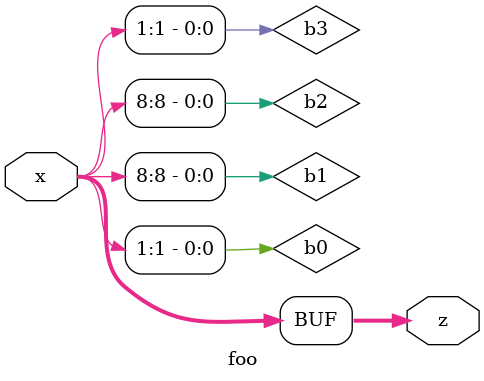
<source format=sv>

module foo (input logic [8:1] x, output logic [2:9] z);
    assign z = x;

    logic b0, b1, b2, b3;
    assign b0 = x[1];
    assign b1 = x[8];
    assign b2 = z[2];
    assign b3 = z[9];
endmodule

</source>
